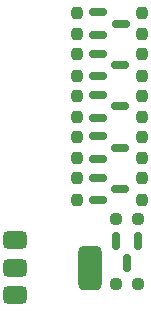
<source format=gtp>
G04 #@! TF.GenerationSoftware,KiCad,Pcbnew,8.0.5*
G04 #@! TF.CreationDate,2025-02-14T04:05:40-05:00*
G04 #@! TF.ProjectId,UTSM Adaptor,5554534d-2041-4646-9170-746f722e6b69,rev?*
G04 #@! TF.SameCoordinates,Original*
G04 #@! TF.FileFunction,Paste,Top*
G04 #@! TF.FilePolarity,Positive*
%FSLAX46Y46*%
G04 Gerber Fmt 4.6, Leading zero omitted, Abs format (unit mm)*
G04 Created by KiCad (PCBNEW 8.0.5) date 2025-02-14 04:05:40*
%MOMM*%
%LPD*%
G01*
G04 APERTURE LIST*
G04 Aperture macros list*
%AMRoundRect*
0 Rectangle with rounded corners*
0 $1 Rounding radius*
0 $2 $3 $4 $5 $6 $7 $8 $9 X,Y pos of 4 corners*
0 Add a 4 corners polygon primitive as box body*
4,1,4,$2,$3,$4,$5,$6,$7,$8,$9,$2,$3,0*
0 Add four circle primitives for the rounded corners*
1,1,$1+$1,$2,$3*
1,1,$1+$1,$4,$5*
1,1,$1+$1,$6,$7*
1,1,$1+$1,$8,$9*
0 Add four rect primitives between the rounded corners*
20,1,$1+$1,$2,$3,$4,$5,0*
20,1,$1+$1,$4,$5,$6,$7,0*
20,1,$1+$1,$6,$7,$8,$9,0*
20,1,$1+$1,$8,$9,$2,$3,0*%
G04 Aperture macros list end*
%ADD10RoundRect,0.237500X-0.237500X0.250000X-0.237500X-0.250000X0.237500X-0.250000X0.237500X0.250000X0*%
%ADD11RoundRect,0.150000X-0.587500X-0.150000X0.587500X-0.150000X0.587500X0.150000X-0.587500X0.150000X0*%
%ADD12RoundRect,0.237500X0.250000X0.237500X-0.250000X0.237500X-0.250000X-0.237500X0.250000X-0.237500X0*%
%ADD13RoundRect,0.237500X-0.250000X-0.237500X0.250000X-0.237500X0.250000X0.237500X-0.250000X0.237500X0*%
%ADD14RoundRect,0.375000X-0.625000X-0.375000X0.625000X-0.375000X0.625000X0.375000X-0.625000X0.375000X0*%
%ADD15RoundRect,0.500000X-0.500000X-1.400000X0.500000X-1.400000X0.500000X1.400000X-0.500000X1.400000X0*%
%ADD16RoundRect,0.150000X-0.150000X0.587500X-0.150000X-0.587500X0.150000X-0.587500X0.150000X0.587500X0*%
G04 APERTURE END LIST*
D10*
X118000000Y-62287500D03*
X118000000Y-64112500D03*
X123500000Y-62287500D03*
X123500000Y-64112500D03*
X123500000Y-55287500D03*
X123500000Y-57112500D03*
X118012500Y-58787500D03*
X118012500Y-60612500D03*
D11*
X119812500Y-65750000D03*
X119812500Y-67650000D03*
X121687500Y-66700000D03*
X119812500Y-58750000D03*
X119812500Y-60650000D03*
X121687500Y-59700000D03*
D10*
X118000000Y-65787500D03*
X118000000Y-67612500D03*
X118000000Y-69287500D03*
X118000000Y-71112500D03*
X123500000Y-69287500D03*
X123500000Y-71112500D03*
X123512500Y-58787500D03*
X123512500Y-60612500D03*
X118000000Y-55287500D03*
X118000000Y-57112500D03*
X123500000Y-65787500D03*
X123500000Y-67612500D03*
D12*
X123162500Y-72750000D03*
X121337500Y-72750000D03*
D13*
X121337500Y-78250000D03*
X123162500Y-78250000D03*
D14*
X112800000Y-74550000D03*
X112800000Y-76850000D03*
D15*
X119100000Y-76850000D03*
D14*
X112800000Y-79150000D03*
D11*
X119812500Y-62250000D03*
X119812500Y-64150000D03*
X121687500Y-63200000D03*
X119825000Y-55250000D03*
X119825000Y-57150000D03*
X121700000Y-56200000D03*
X119812500Y-69250000D03*
X119812500Y-71150000D03*
X121687500Y-70200000D03*
D16*
X123200000Y-74562500D03*
X121300000Y-74562500D03*
X122250000Y-76437500D03*
M02*

</source>
